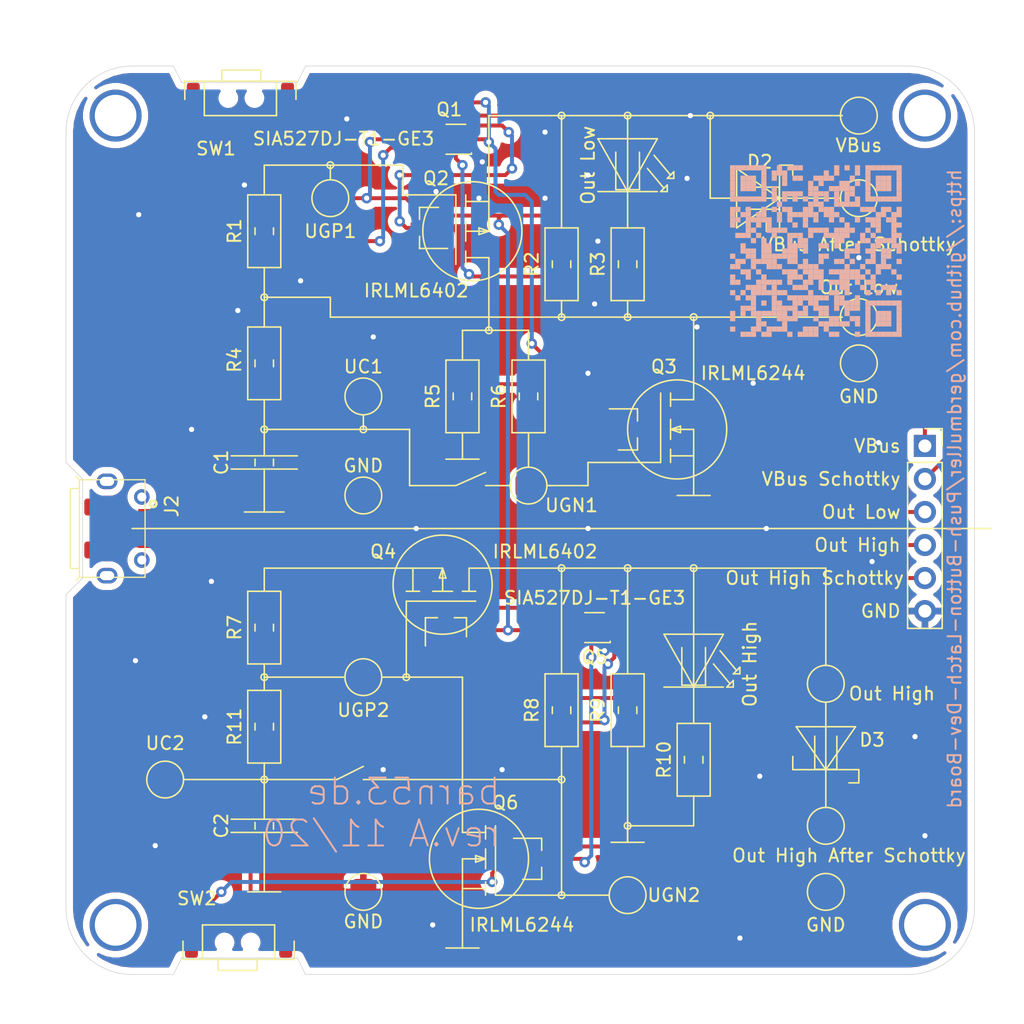
<source format=kicad_pcb>
(kicad_pcb (version 20171130) (host pcbnew "(5.1.6-0-10_14)")
  (layers (0 F.Cu signal) (31 B.Cu signal) (34 B.Paste user) (35 F.Paste user) (36 B.SilkS user) (37 F.SilkS user) (38 B.Mask user) (39 F.Mask user) (44 Edge.Cuts user))
  (net 0 "")
  (net 1 GND)
  (net 2 /UC1)
  (net 3 /UC2)
  (net 4 /VBus)
  (net 5 "Net-(D1-Pad1)")
  (net 6 /VBusS)
  (net 7 /Outhigh)
  (net 8 /OuthighS)
  (net 9 "Net-(D4-Pad1)")
  (net 10 /UGP1)
  (net 11 /UGN1)
  (net 12 /Outlow)
  (net 13 /UGP2)
  (net 14 /UGN2)
  (net 15 "Net-(Q1-Pad3)")
  (module https://github.com/gerdmuller/Push-Button-Latch-Dev-Board (layer B.Cu) (at 108.458 39.624 180)
    (fp_text reference QR***** hide)
    (fp_text value https://github.com/gerdmuller/Push-Button-Latch-Dev-Board (at -10.668 -18.288 270) (layer B.SilkS) (effects (justify mirror)))
  )
  (module Hole (layer F.Cu) (at 116.84 29.21)
    (fp_text reference REF** hide)
    (fp_text value Hole hide)
    (pad 1 thru_hole circle (at 0 0) (size 4 4) (drill 3.2) (layers *.Cu *.Mask))
  )
  (module Hole (layer F.Cu) (at 116.84 91.44)
    (fp_text reference REF** hide)
    (fp_text value Hole hide)
    (pad 1 thru_hole circle (at 0 0) (size 4 4) (drill 3.2) (layers *.Cu *.Mask))
  )
  (module Hole (layer F.Cu) (at 53.34 92.71)
    (fp_text reference REF** hide)
    (fp_text value Hole hide)
    (pad 1 thru_hole circle (at 1.27 -1.27) (size 4 4) (drill 3.2) (layers *.Cu *.Mask))
  )
  (module Hole (layer F.Cu) (at 53.34 27.94)
    (fp_text reference REF** hide)
    (fp_text value Hole hide)
    (pad 1 thru_hole circle (at 1.27 1.27) (size 4 4) (drill 3.2) (layers *.Cu *.Mask))
  )
  (module barn53-kicad:SMD_Push_Button_vertical (layer F.Cu) (at 62.23 29.21)
    (fp_text reference SW1 (at -1.524 2.54) (layer F.SilkS) (effects (justify left)))
    (fp_text value On/Off)
    (pad "" connect roundrect (at -1.65 -1.7) (size 1 1.7) (layers F.Cu F.Mask))
    (pad "" connect roundrect (at 5.6 -1.7) (size 1 1.7) (layers F.Cu F.Mask))
    (pad "" np_thru_hole circle (at 3.05 -1.35) (size 0.5 0.5) (drill 0.5) (layers *.Cu *.Mask))
    (pad "" np_thru_hole circle (at 1.05 -1.35) (size 0.5 0.5) (drill 0.5) (layers *.Cu *.Mask))
    (pad 2 smd roundrect (at 4.1 0) (size 1 1.7) (layers F.Cu F.Paste F.Mask) (net 11 /UGN1))
    (pad 1 smd roundrect (at 0 0) (size 1 1.7) (layers F.Cu F.Paste F.Mask) (net 2 /UC1))
  )
  (module barn53-kicad:SMD_Push_Button_vertical (layer F.Cu) (at 66.04 91.44 180)
    (fp_text reference SW2 (at 3.556 2.032) (layer F.SilkS) (effects (justify right)))
    (fp_text value On/Off)
    (pad "" connect roundrect (at -1.65 -1.7 180) (size 1 1.7) (layers F.Cu F.Mask))
    (pad "" connect roundrect (at 5.6 -1.7 180) (size 1 1.7) (layers F.Cu F.Mask))
    (pad "" np_thru_hole circle (at 3.05 -1.35 180) (size 0.5 0.5) (drill 0.5) (layers *.Cu *.Mask))
    (pad "" np_thru_hole circle (at 1.05 -1.35 180) (size 0.5 0.5) (drill 0.5) (layers *.Cu *.Mask))
    (pad 2 smd roundrect (at 4.1 0 180) (size 1 1.7) (layers F.Cu F.Paste F.Mask) (net 14 /UGN2))
    (pad 1 smd roundrect (at 0 0 180) (size 1 1.7) (layers F.Cu F.Paste F.Mask) (net 3 /UC2))
  )
  (module Connector_PinSocket_2.54mm:PinSocket_1x06_P2.54mm_Vertical (layer F.Cu) (at 116.84 54.61)
    (fp_text reference J1 hide)
    (fp_text value Conn_01x06_Female)
    (pad 6 thru_hole oval (at 0 12.7) (size 1.7 1.7) (drill 1) (layers *.Cu *.Mask) (net 1 GND))
    (pad 5 thru_hole oval (at 0 10.16) (size 1.7 1.7) (drill 1) (layers *.Cu *.Mask) (net 8 /OuthighS))
    (pad 4 thru_hole oval (at 0 7.62) (size 1.7 1.7) (drill 1) (layers *.Cu *.Mask) (net 7 /Outhigh))
    (pad 3 thru_hole oval (at 0 5.08) (size 1.7 1.7) (drill 1) (layers *.Cu *.Mask) (net 12 /Outlow))
    (pad 2 thru_hole oval (at 0 2.54) (size 1.7 1.7) (drill 1) (layers *.Cu *.Mask) (net 6 /VBusS))
    (pad 1 thru_hole rect (at 0 0) (size 1.7 1.7) (drill 1) (layers *.Cu *.Mask) (net 4 /VBus))
  )
  (module Resistor_SMD:R_0805_2012Metric (layer F.Cu) (at 66.04 76.2 270)
    (fp_text reference R11 (at 0 2.286 90) (layer F.SilkS))
    (fp_text value 100k)
    (pad 2 smd roundrect (at 0.9375 0 270) (size 0.975 1.4) (layers F.Cu F.Paste F.Mask) (net 3 /UC2))
    (pad 1 smd roundrect (at -0.9375 0 270) (size 0.975 1.4) (layers F.Cu F.Paste F.Mask) (net 13 /UGP2))
  )
  (module Resistor_SMD:R_0805_2012Metric (layer F.Cu) (at 99.06 78.74 270)
    (fp_text reference R10 (at 0 2.286 90) (layer F.SilkS))
    (fp_text value 470)
    (pad 2 smd roundrect (at 0.9375 0 270) (size 0.975 1.4) (layers F.Cu F.Paste F.Mask) (net 1 GND))
    (pad 1 smd roundrect (at -0.9375 0 270) (size 0.975 1.4) (layers F.Cu F.Paste F.Mask) (net 9 "Net-(D4-Pad1)"))
  )
  (module Resistor_SMD:R_0805_2012Metric (layer F.Cu) (at 93.98 74.93 270)
    (fp_text reference R9 (at 0 2.286 90) (layer F.SilkS))
    (fp_text value 10k)
    (pad 2 smd roundrect (at 0.9375 0 270) (size 0.975 1.4) (layers F.Cu F.Paste F.Mask) (net 1 GND))
    (pad 1 smd roundrect (at -0.9375 0 270) (size 0.975 1.4) (layers F.Cu F.Paste F.Mask) (net 7 /Outhigh))
  )
  (module Resistor_SMD:R_0805_2012Metric (layer F.Cu) (at 88.9 74.93 270)
    (fp_text reference R8 (at 0 2.286 90) (layer F.SilkS))
    (fp_text value 10k)
    (pad 2 smd roundrect (at 0.9375 0 270) (size 0.975 1.4) (layers F.Cu F.Paste F.Mask) (net 14 /UGN2))
    (pad 1 smd roundrect (at -0.9375 0 270) (size 0.975 1.4) (layers F.Cu F.Paste F.Mask) (net 7 /Outhigh))
  )
  (module Resistor_SMD:R_0805_2012Metric (layer F.Cu) (at 66.04 68.58 270)
    (fp_text reference R7 (at 0 2.286 90) (layer F.SilkS))
    (fp_text value 10k)
    (pad 2 smd roundrect (at 0.9375 0 270) (size 0.975 1.4) (layers F.Cu F.Paste F.Mask) (net 13 /UGP2))
    (pad 1 smd roundrect (at -0.9375 0 270) (size 0.975 1.4) (layers F.Cu F.Paste F.Mask) (net 4 /VBus))
  )
  (module Resistor_SMD:R_0805_2012Metric (layer F.Cu) (at 86.36 50.8 270)
    (fp_text reference R6 (at 0 2.286 90) (layer F.SilkS))
    (fp_text value 10k)
    (pad 2 smd roundrect (at 0.9375 0 270) (size 0.975 1.4) (layers F.Cu F.Paste F.Mask) (net 11 /UGN1))
    (pad 1 smd roundrect (at -0.9375 0 270) (size 0.975 1.4) (layers F.Cu F.Paste F.Mask) (net 15 "Net-(Q1-Pad3)"))
  )
  (module Resistor_SMD:R_0805_2012Metric (layer F.Cu) (at 81.28 50.8 270)
    (fp_text reference R5 (at 0 2.286 90) (layer F.SilkS))
    (fp_text value 10k)
    (pad 2 smd roundrect (at 0.9375 0 270) (size 0.975 1.4) (layers F.Cu F.Paste F.Mask) (net 1 GND))
    (pad 1 smd roundrect (at -0.9375 0 270) (size 0.975 1.4) (layers F.Cu F.Paste F.Mask) (net 15 "Net-(Q1-Pad3)"))
  )
  (module Resistor_SMD:R_0805_2012Metric (layer F.Cu) (at 66.04 48.26 270)
    (fp_text reference R4 (at -0.254 2.286 270) (layer F.SilkS))
    (fp_text value 1M)
    (pad 2 smd roundrect (at 0.9375 0 270) (size 0.975 1.4) (layers F.Cu F.Paste F.Mask) (net 2 /UC1))
    (pad 1 smd roundrect (at -0.9375 0 270) (size 0.975 1.4) (layers F.Cu F.Paste F.Mask) (net 12 /Outlow))
  )
  (module Resistor_SMD:R_0805_2012Metric (layer F.Cu) (at 93.98 40.64 270)
    (fp_text reference R3 (at 0 2.286 90) (layer F.SilkS))
    (fp_text value 470)
    (pad 2 smd roundrect (at 0.9375 0 270) (size 0.975 1.4) (layers F.Cu F.Paste F.Mask) (net 12 /Outlow))
    (pad 1 smd roundrect (at -0.9375 0 270) (size 0.975 1.4) (layers F.Cu F.Paste F.Mask) (net 5 "Net-(D1-Pad1)"))
  )
  (module Resistor_SMD:R_0805_2012Metric (layer F.Cu) (at 88.9 40.64 270)
    (fp_text reference R2 (at 0 2.286 90) (layer F.SilkS))
    (fp_text value 10k)
    (pad 2 smd roundrect (at 0.9375 0 270) (size 0.975 1.4) (layers F.Cu F.Paste F.Mask) (net 12 /Outlow))
    (pad 1 smd roundrect (at -0.9375 0 270) (size 0.975 1.4) (layers F.Cu F.Paste F.Mask) (net 4 /VBus))
  )
  (module Resistor_SMD:R_0805_2012Metric (layer F.Cu) (at 66.04 38.1 270)
    (fp_text reference R1 (at 0 2.286 90) (layer F.SilkS))
    (fp_text value 100k)
    (pad 2 smd roundrect (at 0.9375 0 270) (size 0.975 1.4) (layers F.Cu F.Paste F.Mask) (net 12 /Outlow))
    (pad 1 smd roundrect (at -0.9375 0 270) (size 0.975 1.4) (layers F.Cu F.Paste F.Mask) (net 10 /UGP1))
  )
  (module Package_TO_SOT_SMD:SOT-23 (layer F.Cu) (at 86.614 86.36)
    (fp_text reference Q6 (at -2.032 -4.318) (layer F.SilkS))
    (fp_text value IRLML6244 (at -0.762 5.08) (layer F.SilkS))
    (pad 3 smd rect (at 1 0) (size 0.9 0.8) (layers F.Cu F.Paste F.Mask) (net 13 /UGP2))
    (pad 2 smd rect (at -1 0.95) (size 0.9 0.8) (layers F.Cu F.Paste F.Mask) (net 1 GND))
    (pad 1 smd rect (at -1 -0.95) (size 0.9 0.8) (layers F.Cu F.Paste F.Mask) (net 14 /UGN2))
  )
  (module barn53-kicad:PowerPAK_SC70-6L_Dual (layer F.Cu) (at 91.44 68.58 180)
    (fp_text reference Q5 (at 0 -2.286) (layer F.SilkS))
    (fp_text value SIA527DJ-T1-GE3 (at 0 2.286) (layer F.SilkS))
    (pad 6 smd rect (at 0 -0.4665 180) (size 0.95 0.613) (layers F.Cu F.Paste F.Mask) (net 13 /UGP2))
    (pad 3 smd rect (at 0 0.4665 180) (size 0.95 0.613) (layers F.Cu F.Paste F.Mask) (net 7 /Outhigh))
    (pad 6 smd rect (at 0.925 -0.65 180) (size 0.325 0.3) (layers F.Cu F.Paste F.Mask) (net 13 /UGP2))
    (pad 4 smd rect (at 0.925 0.65 180) (size 0.325 0.3) (layers F.Cu F.Paste F.Mask) (net 4 /VBus))
    (pad 5 smd rect (at 0.925 0 180) (size 0.325 0.3) (layers F.Cu F.Paste F.Mask) (net 13 /UGP2))
    (pad 3 smd rect (at -0.925 0.65 180) (size 0.325 0.3) (layers F.Cu F.Paste F.Mask) (net 7 /Outhigh))
    (pad 2 smd rect (at -0.925 0 180) (size 0.325 0.3) (layers F.Cu F.Paste F.Mask) (net 14 /UGN2))
    (pad 1 smd rect (at -0.925 -0.65 180) (size 0.325 0.3) (layers F.Cu F.Paste F.Mask) (net 1 GND))
  )
  (module Package_TO_SOT_SMD:SOT-23 (layer F.Cu) (at 80.01 68.58 90)
    (fp_text reference Q4 (at 5.842 -4.826 180) (layer F.SilkS))
    (fp_text value IRLML6402 (at 5.842 7.62 180) (layer F.SilkS))
    (pad 3 smd rect (at 1 0 90) (size 0.9 0.8) (layers F.Cu F.Paste F.Mask) (net 7 /Outhigh))
    (pad 2 smd rect (at -1 0.95 90) (size 0.9 0.8) (layers F.Cu F.Paste F.Mask) (net 4 /VBus))
    (pad 1 smd rect (at -1 -0.95 90) (size 0.9 0.8) (layers F.Cu F.Paste F.Mask) (net 13 /UGP2))
  )
  (module Package_TO_SOT_SMD:SOT-23 (layer F.Cu) (at 93.98 53.34)
    (fp_text reference Q3 (at 2.794 -4.826) (layer F.SilkS))
    (fp_text value IRLML6244 (at 9.652 -4.318) (layer F.SilkS))
    (pad 3 smd rect (at 1 0) (size 0.9 0.8) (layers F.Cu F.Paste F.Mask) (net 12 /Outlow))
    (pad 2 smd rect (at -1 0.95) (size 0.9 0.8) (layers F.Cu F.Paste F.Mask) (net 1 GND))
    (pad 1 smd rect (at -1 -0.95) (size 0.9 0.8) (layers F.Cu F.Paste F.Mask) (net 11 /UGN1))
  )
  (module Package_TO_SOT_SMD:SOT-23 (layer F.Cu) (at 78.74 37.846 180)
    (fp_text reference Q2 (at -0.508 3.81) (layer F.SilkS))
    (fp_text value IRLML6402 (at 1.016 -4.826) (layer F.SilkS))
    (pad 3 smd rect (at 1 0 180) (size 0.9 0.8) (layers F.Cu F.Paste F.Mask) (net 15 "Net-(Q1-Pad3)"))
    (pad 2 smd rect (at -1 0.95 180) (size 0.9 0.8) (layers F.Cu F.Paste F.Mask) (net 4 /VBus))
    (pad 1 smd rect (at -1 -0.95 180) (size 0.9 0.8) (layers F.Cu F.Paste F.Mask) (net 10 /UGP1))
  )
  (module barn53-kicad:PowerPAK_SC70-6L_Dual (layer F.Cu) (at 80.772 31.0295 180)
    (fp_text reference Q1 (at 0.508 2.286) (layer F.SilkS))
    (fp_text value SIA527DJ-T1-GE3 (at 8.636 0.0415) (layer F.SilkS))
    (pad 6 smd rect (at 0 -0.4665 180) (size 0.95 0.613) (layers F.Cu F.Paste F.Mask) (net 12 /Outlow))
    (pad 3 smd rect (at 0 0.4665 180) (size 0.95 0.613) (layers F.Cu F.Paste F.Mask) (net 15 "Net-(Q1-Pad3)"))
    (pad 6 smd rect (at 0.925 -0.65 180) (size 0.325 0.3) (layers F.Cu F.Paste F.Mask) (net 12 /Outlow))
    (pad 4 smd rect (at 0.925 0.65 180) (size 0.325 0.3) (layers F.Cu F.Paste F.Mask) (net 4 /VBus))
    (pad 5 smd rect (at 0.925 0 180) (size 0.325 0.3) (layers F.Cu F.Paste F.Mask) (net 10 /UGP1))
    (pad 3 smd rect (at -0.925 0.65 180) (size 0.325 0.3) (layers F.Cu F.Paste F.Mask) (net 15 "Net-(Q1-Pad3)"))
    (pad 2 smd rect (at -0.925 0 180) (size 0.325 0.3) (layers F.Cu F.Paste F.Mask) (net 11 /UGN1))
    (pad 1 smd rect (at -0.925 -0.65 180) (size 0.325 0.3) (layers F.Cu F.Paste F.Mask) (net 1 GND))
  )
  (module barn53-kicad:Measure_Point (layer F.Cu) (at 93.98 89.154)
    (fp_text reference M15 hide)
    (fp_text value UGN2 (at 3.556 0) (layer F.SilkS))
    (pad 1 connect roundrect (at 0 0) (size 2 2) (layers F.Cu F.Mask) (net 14 /UGN2))
  )
  (module barn53-kicad:Measure_Point (layer F.Cu) (at 58.42 80.264)
    (fp_text reference M14 hide)
    (fp_text value UC2 (at 0 -2.794) (layer F.SilkS))
    (pad 1 connect roundrect (at 0 0) (size 2 2) (layers F.Cu F.Mask) (net 3 /UC2))
  )
  (module barn53-kicad:Measure_Point (layer F.Cu) (at 73.66 72.39)
    (fp_text reference M13 hide)
    (fp_text value UGP2 (at 0 2.54) (layer F.SilkS))
    (pad 1 connect roundrect (at 0 0) (size 2 2) (layers F.Cu F.Mask) (net 13 /UGP2))
  )
  (module barn53-kicad:Measure_Point (layer F.Cu) (at 109.22 83.82)
    (fp_text reference M12 hide)
    (fp_text value "Out High After Schottky" (at 1.778 2.286) (layer F.SilkS))
    (pad 1 connect roundrect (at 0 0) (size 2 2) (layers F.Cu F.Mask) (net 8 /OuthighS))
  )
  (module barn53-kicad:Measure_Point (layer F.Cu) (at 109.22 72.898)
    (fp_text reference M11 hide)
    (fp_text value "Out High" (at 5.08 0.762) (layer F.SilkS))
    (pad 1 connect roundrect (at 0 0) (size 2 2) (layers F.Cu F.Mask) (net 7 /Outhigh))
  )
  (module barn53-kicad:Measure_Point (layer F.Cu) (at 111.76 44.704)
    (fp_text reference M10 hide)
    (fp_text value "Out Low" (at 0 -2.286) (layer F.SilkS))
    (pad 1 connect roundrect (at 0 0) (size 2 2) (layers F.Cu F.Mask) (net 12 /Outlow))
  )
  (module barn53-kicad:Measure_Point (layer F.Cu) (at 86.36 57.658)
    (fp_text reference M9 hide)
    (fp_text value UGN1 (at 3.302 1.524) (layer F.SilkS))
    (pad 1 connect roundrect (at 0 0) (size 2 2) (layers F.Cu F.Mask) (net 11 /UGN1))
  )
  (module barn53-kicad:Measure_Point (layer F.Cu) (at 73.66 50.8)
    (fp_text reference M8 hide)
    (fp_text value UC1 (at 0 -2.286) (layer F.SilkS))
    (pad 1 connect roundrect (at 0 0) (size 2 2) (layers F.Cu F.Mask) (net 2 /UC1))
  )
  (module barn53-kicad:Measure_Point (layer F.Cu) (at 111.76 48.26)
    (fp_text reference M7 hide)
    (fp_text value GND (at 0 2.54) (layer F.SilkS))
    (pad 1 connect roundrect (at 0 0) (size 2 2) (layers F.Cu F.Mask) (net 1 GND))
  )
  (module barn53-kicad:Measure_Point (layer F.Cu) (at 73.66 58.42)
    (fp_text reference M6 hide)
    (fp_text value GND (at 0 -2.286) (layer F.SilkS))
    (pad 1 connect roundrect (at 0 0) (size 2 2) (layers F.Cu F.Mask) (net 1 GND))
  )
  (module barn53-kicad:Measure_Point (layer F.Cu) (at 73.66 88.9)
    (fp_text reference M5 hide)
    (fp_text value GND (at 0 2.286) (layer F.SilkS))
    (pad 1 connect roundrect (at 0 0) (size 2 2) (layers F.Cu F.Mask) (net 1 GND))
  )
  (module barn53-kicad:Measure_Point (layer F.Cu) (at 109.22 88.9)
    (fp_text reference M4 hide)
    (fp_text value GND (at 0 2.54) (layer F.SilkS))
    (pad 1 connect roundrect (at 0 0) (size 2 2) (layers F.Cu F.Mask) (net 1 GND))
  )
  (module barn53-kicad:Measure_Point (layer F.Cu) (at 111.76 35.56)
    (fp_text reference M3 hide)
    (fp_text value "VBus After Schottky" (at 0 3.556) (layer F.SilkS))
    (pad 1 connect roundrect (at 0 0) (size 2 2) (layers F.Cu F.Mask) (net 6 /VBusS))
  )
  (module barn53-kicad:Measure_Point (layer F.Cu) (at 111.76 29.21)
    (fp_text reference M2 hide)
    (fp_text value VBus (at 0 2.286) (layer F.SilkS))
    (pad 1 connect roundrect (at 0 0) (size 2 2) (layers F.Cu F.Mask) (net 4 /VBus))
  )
  (module barn53-kicad:Measure_Point (layer F.Cu) (at 71.12 35.56)
    (fp_text reference M1 hide)
    (fp_text value UGP1 (at 0 2.54) (layer F.SilkS))
    (pad 1 connect roundrect (at 0 0) (size 2 2) (layers F.Cu F.Mask) (net 10 /UGP1))
  )
  (module barn53-kicad:MicroUSB_through_hole_fixing (layer F.Cu) (at 57.15 60.96 270)
    (fp_text reference J2 (at -1.725 -1.775 270) (layer F.SilkS))
    (fp_text value USB_B_Micro)
    (pad 6 smd roundrect (at 1.65 4.5 270) (size 1.3 0.9) (layers F.Cu F.Paste F.Mask) (net 1 GND))
    (pad 6 smd roundrect (at -1.65 4.5 270) (size 1.3 0.9) (layers F.Cu F.Paste F.Mask) (net 1 GND))
    (pad 1 smd rect (at -1.3 0 270) (size 0.4 1.6) (layers F.Cu F.Paste F.Mask) (net 4 /VBus))
    (pad 2 smd rect (at -0.65 0 270) (size 0.4 1.6) (layers F.Cu F.Paste F.Mask))
    (pad 3 smd rect (at 0 0 270) (size 0.4 1.6) (layers F.Cu F.Paste F.Mask))
    (pad 4 smd rect (at 0.65 0 270) (size 0.4 1.6) (layers F.Cu F.Paste F.Mask))
    (pad 5 smd rect (at 1.3 0 270) (size 0.4 1.6) (layers F.Cu F.Paste F.Mask) (net 1 GND))
    (pad "" thru_hole circle (at -2.425 0.525 90) (size 1.2 1.2) (drill 0.7) (layers *.Cu *.Mask))
    (pad "" thru_hole circle (at 2.425 0.525 90) (size 1.2 1.2) (drill 0.7) (layers *.Cu *.Mask))
    (pad "" thru_hole oval (at -3.625 3.2 90) (size 1.2 1.6) (drill oval 0.7 1.1) (layers *.Cu *.Mask))
    (pad "" thru_hole oval (at 3.625 3.2 90) (size 1.2 1.6) (drill oval 0.7 1.1) (layers *.Cu *.Mask))
  )
  (module LED_SMD:LED_0805_2012Metric_Castellated (layer F.Cu) (at 99.06 71.12 90)
    (fp_text reference D4 hide)
    (fp_text value "Out High" (at -0.254 4.318 90) (layer F.SilkS))
    (pad 2 smd roundrect (at 0.9625 0 90) (size 1.325 1.3) (layers F.Cu F.Paste F.Mask) (roundrect_rratio 0.192308) (net 7 /Outhigh))
    (pad 1 smd roundrect (at -0.9625 0 90) (size 1.325 1.3) (layers F.Cu F.Paste F.Mask) (roundrect_rratio 0.192308) (net 9 "Net-(D4-Pad1)"))
  )
  (module Diode_SMD:D_SOD-323F (layer F.Cu) (at 109.22 77.978 90)
    (fp_text reference D3 (at 0.762 3.556 180) (layer F.SilkS))
    (fp_text value BAT60A)
    (pad 2 smd rect (at 1.1 0 90) (size 0.5 0.5) (layers F.Cu F.Paste F.Mask) (net 7 /Outhigh))
    (pad 1 smd rect (at -1.1 0 90) (size 0.5 0.5) (layers F.Cu F.Paste F.Mask) (net 8 /OuthighS))
  )
  (module Diode_SMD:D_SOD-323F (layer F.Cu) (at 104.14 35.56 180)
    (fp_text reference D2 (at 0 2.794) (layer F.SilkS))
    (fp_text value BAT60A)
    (pad 2 smd rect (at 1.1 0 180) (size 0.5 0.5) (layers F.Cu F.Paste F.Mask) (net 4 /VBus))
    (pad 1 smd rect (at -1.1 0 180) (size 0.5 0.5) (layers F.Cu F.Paste F.Mask) (net 6 /VBusS))
  )
  (module LED_SMD:LED_0805_2012Metric_Castellated (layer F.Cu) (at 93.98 33.02 90)
    (fp_text reference D1 hide)
    (fp_text value "Out Low" (at 0 -3.048 90) (layer F.SilkS))
    (pad 2 smd roundrect (at 0.9625 0 90) (size 1.325 1.3) (layers F.Cu F.Paste F.Mask) (roundrect_rratio 0.192308) (net 4 /VBus))
    (pad 1 smd roundrect (at -0.9625 0 90) (size 1.325 1.3) (layers F.Cu F.Paste F.Mask) (roundrect_rratio 0.192308) (net 5 "Net-(D1-Pad1)"))
  )
  (module Capacitor_SMD:C_0805_2012Metric (layer F.Cu) (at 66.04 83.82 270)
    (fp_text reference C2 (at 0 3.302 90) (layer F.SilkS))
    (fp_text value 1u)
    (pad 2 smd roundrect (at 0.9375 0 270) (size 0.975 1.4) (layers F.Cu F.Paste F.Mask) (net 1 GND))
    (pad 1 smd roundrect (at -0.9375 0 270) (size 0.975 1.4) (layers F.Cu F.Paste F.Mask) (net 3 /UC2))
  )
  (module Capacitor_SMD:C_0805_2012Metric (layer F.Cu) (at 66.04 55.88 270)
    (fp_text reference C1 (at 0 3.302 90) (layer F.SilkS))
    (fp_text value 330n)
    (pad 2 smd roundrect (at 0.9375 0 270) (size 0.975 1.4) (layers F.Cu F.Paste F.Mask) (net 1 GND))
    (pad 1 smd roundrect (at -0.9375 0 270) (size 0.975 1.4) (layers F.Cu F.Paste F.Mask) (net 2 /UC1))
  )
  (gr_text "barn53.de\nrev.A 11/20" (at 84.328 82.804) (layer B.SilkS) (effects (font (size 2 2)) (justify left mirror)))
  (gr_text GND (at 115.062 67.31) (layer F.SilkS) (effects (font (size 1 1)) (justify right)))
  (gr_text "Out High Schottky" (at 115.316 64.77) (layer F.SilkS) (effects (font (size 1 1)) (justify right)))
  (gr_text "Out High" (at 115.062 62.23) (layer F.SilkS) (effects (font (size 1 1)) (justify right)))
  (gr_text "Out Low" (at 115.062 59.69) (layer F.SilkS) (effects (font (size 1 1)) (justify right)))
  (gr_text "VBus Schottky" (at 115.062 57.15) (layer F.SilkS) (effects (font (size 1 1)) (justify right)))
  (gr_text VBus (at 115.062 54.61) (layer F.SilkS) (effects (font (size 1 1)) (justify right)))
  (gr_line (start 109.22 64.008) (end 109.22 71.483787) (layer F.SilkS) (width 0.12))
  (gr_line (start 71.628 80.264) (end 66.04 80.264) (layer F.SilkS) (width 0.12))
  (gr_line (start 73.66 79.248) (end 71.628 80.264) (layer F.SilkS) (width 0.12))
  (gr_circle (center 88.9 80.264) (end 89.154 80.264) (layer F.SilkS) (width 0.12))
  (gr_line (start 73.66 80.264) (end 88.9 80.264) (layer F.SilkS) (width 0.12))
  (gr_circle (center 93.98 83.82) (end 94.234 83.82) (layer F.SilkS) (width 0.12))
  (gr_line (start 99.06 83.82) (end 99.06 81.534) (layer F.SilkS) (width 0.12))
  (gr_line (start 93.98 83.82) (end 99.06 83.82) (layer F.SilkS) (width 0.12))
  (gr_line (start 93.98 85.09) (end 93.98 83.82) (layer F.SilkS) (width 0.12))
  (gr_line (start 93.98 77.724) (end 93.98 85.09) (layer F.SilkS) (width 0.12))
  (gr_line (start 95.25 85.09) (end 92.71 85.09) (layer F.SilkS) (width 0.12))
  (gr_circle (center 88.9 89.154) (end 89.154 89.154) (layer F.SilkS) (width 0.12))
  (gr_line (start 88.9 77.724) (end 88.9 89.154) (layer F.SilkS) (width 0.12))
  (gr_circle (center 76.962 72.39) (end 77.216 72.39) (layer F.SilkS) (width 0.12))
  (gr_circle (center 66.04 72.39) (end 66.294 72.39) (layer F.SilkS) (width 0.12))
  (gr_line (start 72.245787 72.39) (end 66.04 72.39) (layer F.SilkS) (width 0.12))
  (gr_circle (center 66.04 80.264) (end 66.294 80.264) (layer F.SilkS) (width 0.12))
  (gr_line (start 59.834213 80.264) (end 66.04 80.264) (layer F.SilkS) (width 0.12))
  (gr_line (start 81.28 72.39) (end 81.28 81.28) (layer F.SilkS) (width 0.12))
  (gr_line (start 75.074213 72.39) (end 81.28 72.39) (layer F.SilkS) (width 0.12))
  (gr_line (start 76.962 70.612) (end 76.962 72.39) (layer F.SilkS) (width 0.12))
  (gr_line (start 82.55 93.218) (end 80.01 93.218) (layer F.SilkS) (width 0.12))
  (gr_line (start 67.31 88.9) (end 64.77 88.9) (layer F.SilkS) (width 0.12))
  (gr_line (start 66.04 84.328) (end 66.04 88.9) (layer F.SilkS) (width 0.12))
  (gr_line (start 66.04 78.994) (end 66.04 83.312) (layer F.SilkS) (width 0.12))
  (gr_line (start 66.04 71.374) (end 66.04 73.406) (layer F.SilkS) (width 0.12))
  (gr_line (start 66.04 64.008) (end 66.04 65.786) (layer F.SilkS) (width 0.12))
  (gr_circle (center 93.98 64.008) (end 94.234 64.008) (layer F.SilkS) (width 0.12))
  (gr_circle (center 88.9 64.008) (end 89.154 64.008) (layer F.SilkS) (width 0.12))
  (gr_line (start 88.9 72.136) (end 88.9 64.008) (layer F.SilkS) (width 0.12))
  (gr_line (start 93.98 72.136) (end 93.98 64.008) (layer F.SilkS) (width 0.12))
  (gr_circle (center 99.06 64.008) (end 98.806 64.008) (layer F.SilkS) (width 0.12))
  (gr_line (start 99.06 68.58) (end 99.06 64.008) (layer F.SilkS) (width 0.12))
  (gr_line (start 106.68 79.502) (end 106.68 78.486) (layer F.SilkS) (width 0.12))
  (gr_line (start 111.76 80.518) (end 110.998 80.518) (layer F.SilkS) (width 0.12))
  (gr_line (start 99.06 64.008) (end 109.22 64.008) (layer F.SilkS) (width 0.12))
  (gr_line (start 111.506 76.2) (end 109.22 79.502) (layer F.SilkS) (width 0.12))
  (gr_line (start 109.22 79.502) (end 106.68 79.502) (layer F.SilkS) (width 0.12))
  (gr_line (start 111.76 79.502) (end 111.76 80.518) (layer F.SilkS) (width 0.12))
  (gr_line (start 109.22 74.312213) (end 109.22 82.405787) (layer F.SilkS) (width 0.12))
  (gr_line (start 111.506 76.2) (end 106.934 76.2) (layer F.SilkS) (width 0.12))
  (gr_line (start 109.22 79.502) (end 106.934 76.2) (layer F.SilkS) (width 0.12))
  (gr_line (start 109.22 79.502) (end 111.76 79.502) (layer F.SilkS) (width 0.12))
  (gr_line (start 76.962 66.548) (end 82.296 66.548) (layer F.SilkS) (width 0.12))
  (gr_line (start 81.788 64.008) (end 81.788 65.786) (layer F.SilkS) (width 0.12))
  (gr_line (start 80.01 64.77) (end 79.756 64.008) (layer F.SilkS) (width 0.12))
  (gr_line (start 77.47 64.008) (end 66.04 64.008) (layer F.SilkS) (width 0.12))
  (gr_line (start 77.47 65.786) (end 77.47 64.008) (layer F.SilkS) (width 0.12))
  (gr_line (start 76.962 65.786) (end 77.978 65.786) (layer F.SilkS) (width 0.12))
  (gr_line (start 81.788 64.008) (end 99.06 64.008) (layer F.SilkS) (width 0.12))
  (gr_line (start 77.47 64.008) (end 79.756 64.008) (layer F.SilkS) (width 0.12))
  (gr_line (start 79.756 65.786) (end 79.756 65.024) (layer F.SilkS) (width 0.12))
  (gr_line (start 76.962 66.548) (end 76.962 70.612) (layer F.SilkS) (width 0.12))
  (gr_line (start 79.756 65.024) (end 79.756 64.008) (layer F.SilkS) (width 0.12))
  (gr_circle (center 79.756 65.278) (end 79.756 61.468) (layer F.SilkS) (width 0.12))
  (gr_line (start 78.994 65.786) (end 80.518 65.786) (layer F.SilkS) (width 0.12))
  (gr_line (start 79.502 64.77) (end 80.01 64.77) (layer F.SilkS) (width 0.12))
  (gr_line (start 81.28 65.786) (end 82.296 65.786) (layer F.SilkS) (width 0.12))
  (gr_line (start 79.502 64.77) (end 79.756 64.008) (layer F.SilkS) (width 0.12))
  (gr_line (start 71.12 33.02) (end 71.12 34.145787) (layer F.SilkS) (width 0.12))
  (gr_circle (center 73.66 53.34) (end 73.914 53.34) (layer F.SilkS) (width 0.12))
  (gr_line (start 77.216 53.34) (end 73.66 53.34) (layer F.SilkS) (width 0.12))
  (gr_line (start 77.216 57.658) (end 77.216 53.34) (layer F.SilkS) (width 0.12))
  (gr_line (start 80.772 57.658) (end 77.216 57.658) (layer F.SilkS) (width 0.12))
  (gr_line (start 83.058 56.642) (end 80.772 57.658) (layer F.SilkS) (width 0.12))
  (gr_line (start 84.945787 57.658) (end 83.058 57.658) (layer F.SilkS) (width 0.12))
  (gr_line (start 90.932 57.658) (end 87.774213 57.658) (layer F.SilkS) (width 0.12))
  (gr_circle (center 71.12 33.02) (end 71.374 33.02) (layer F.SilkS) (width 0.12))
  (gr_line (start 66.04 33.02) (end 66.04 35.306) (layer F.SilkS) (width 0.12))
  (gr_line (start 76.708 33.02) (end 66.04 33.02) (layer F.SilkS) (width 0.12))
  (gr_line (start 76.708 35.306) (end 76.708 33.02) (layer F.SilkS) (width 0.12))
  (gr_circle (center 83.312 45.72) (end 83.566 45.72) (layer F.SilkS) (width 0.12))
  (gr_line (start 83.312 43.18) (end 83.312 45.72) (layer F.SilkS) (width 0.12))
  (gr_circle (center 88.9 29.21) (end 89.154 29.21) (layer F.SilkS) (width 0.12))
  (gr_line (start 83.312 29.21) (end 88.9 29.21) (layer F.SilkS) (width 0.12))
  (gr_line (start 82.55 38.354) (end 83.312 38.1) (layer F.SilkS) (width 0.12))
  (gr_line (start 82.55 37.846) (end 83.312 38.1) (layer F.SilkS) (width 0.12))
  (gr_line (start 81.534 35.306) (end 81.534 36.322) (layer F.SilkS) (width 0.12))
  (gr_line (start 83.312 40.132) (end 83.312 43.18) (layer F.SilkS) (width 0.12))
  (gr_line (start 83.312 35.814) (end 83.312 38.1) (layer F.SilkS) (width 0.12))
  (gr_line (start 81.534 38.1) (end 82.296 38.1) (layer F.SilkS) (width 0.12))
  (gr_line (start 80.772 35.306) (end 76.708 35.306) (layer F.SilkS) (width 0.12))
  (gr_line (start 82.296 38.1) (end 83.312 38.1) (layer F.SilkS) (width 0.12))
  (gr_circle (center 82.042 38.1) (end 85.852 38.1) (layer F.SilkS) (width 0.12))
  (gr_line (start 81.534 37.338) (end 81.534 38.862) (layer F.SilkS) (width 0.12))
  (gr_line (start 83.312 35.814) (end 83.312 29.21) (layer F.SilkS) (width 0.12))
  (gr_line (start 81.534 35.814) (end 83.312 35.814) (layer F.SilkS) (width 0.12))
  (gr_line (start 81.534 39.624) (end 81.534 40.64) (layer F.SilkS) (width 0.12))
  (gr_line (start 80.772 35.306) (end 80.772 40.64) (layer F.SilkS) (width 0.12))
  (gr_line (start 82.55 37.846) (end 82.55 38.354) (layer F.SilkS) (width 0.12))
  (gr_line (start 83.312 40.132) (end 81.534 40.132) (layer F.SilkS) (width 0.12))
  (gr_line (start 83.058 88.646) (end 81.28 88.646) (layer F.SilkS) (width 0.12))
  (gr_line (start 83.058 84.836) (end 83.058 83.82) (layer F.SilkS) (width 0.12))
  (gr_line (start 83.82 89.154) (end 83.82 83.82) (layer F.SilkS) (width 0.12))
  (gr_line (start 83.058 89.154) (end 83.058 88.138) (layer F.SilkS) (width 0.12))
  (gr_line (start 82.296 86.36) (end 82.804 86.36) (layer F.SilkS) (width 0.12))
  (gr_line (start 83.058 86.36) (end 82.296 86.614) (layer F.SilkS) (width 0.12))
  (gr_line (start 81.28 84.328) (end 81.28 81.28) (layer F.SilkS) (width 0.12))
  (gr_line (start 81.28 88.646) (end 81.28 86.36) (layer F.SilkS) (width 0.12))
  (gr_line (start 82.804 86.36) (end 82.296 86.36) (layer F.SilkS) (width 0.12))
  (gr_line (start 82.296 86.106) (end 83.058 86.36) (layer F.SilkS) (width 0.12))
  (gr_line (start 83.82 89.154) (end 92.565787 89.154) (layer F.SilkS) (width 0.12))
  (gr_line (start 82.296 86.36) (end 81.28 86.36) (layer F.SilkS) (width 0.12))
  (gr_circle (center 82.55 86.36) (end 78.74 86.36) (layer F.SilkS) (width 0.12))
  (gr_line (start 83.058 87.122) (end 83.058 85.598) (layer F.SilkS) (width 0.12))
  (gr_line (start 81.28 84.328) (end 83.058 84.328) (layer F.SilkS) (width 0.12))
  (gr_line (start 82.296 86.614) (end 82.296 86.106) (layer F.SilkS) (width 0.12))
  (gr_line (start 81.28 88.646) (end 81.28 93.218) (layer F.SilkS) (width 0.12))
  (gr_circle (center 100.33 29.21) (end 100.584 29.21) (layer F.SilkS) (width 0.12))
  (gr_line (start 100.33 29.21) (end 110.49 29.21) (layer F.SilkS) (width 0.12))
  (gr_line (start 102.362 35.56) (end 105.664 35.56) (layer F.SilkS) (width 0.12))
  (gr_circle (center 93.98 29.21) (end 94.234 29.21) (layer F.SilkS) (width 0.12))
  (gr_line (start 100.33 35.56) (end 102.362 35.56) (layer F.SilkS) (width 0.12))
  (gr_line (start 100.33 29.21) (end 100.33 35.56) (layer F.SilkS) (width 0.12))
  (gr_line (start 93.98 29.21) (end 100.33 29.21) (layer F.SilkS) (width 0.12))
  (gr_line (start 105.664 35.56) (end 110.345787 35.56) (layer F.SilkS) (width 0.12))
  (gr_circle (center 99.06 44.704) (end 99.314 44.704) (layer F.SilkS) (width 0.12))
  (gr_line (start 99.06 51.054) (end 99.06 44.704) (layer F.SilkS) (width 0.12))
  (gr_line (start 97.282 51.054) (end 99.06 51.054) (layer F.SilkS) (width 0.12))
  (gr_line (start 100.33 58.42) (end 97.79 58.42) (layer F.SilkS) (width 0.12))
  (gr_line (start 99.06 55.372) (end 99.06 58.42) (layer F.SilkS) (width 0.12))
  (gr_line (start 99.06 55.372) (end 97.282 55.372) (layer F.SilkS) (width 0.12))
  (gr_line (start 99.06 53.34) (end 99.06 55.372) (layer F.SilkS) (width 0.12))
  (gr_line (start 98.044 53.34) (end 99.06 53.34) (layer F.SilkS) (width 0.12))
  (gr_line (start 97.536 53.34) (end 98.044 53.34) (layer F.SilkS) (width 0.12))
  (gr_line (start 98.044 53.34) (end 97.536 53.34) (layer F.SilkS) (width 0.12))
  (gr_line (start 98.044 53.594) (end 97.282 53.34) (layer F.SilkS) (width 0.12))
  (gr_line (start 98.044 53.086) (end 98.044 53.594) (layer F.SilkS) (width 0.12))
  (gr_line (start 97.282 53.34) (end 98.044 53.086) (layer F.SilkS) (width 0.12))
  (gr_line (start 97.282 50.546) (end 97.282 51.562) (layer F.SilkS) (width 0.12))
  (gr_line (start 97.282 54.864) (end 97.282 55.88) (layer F.SilkS) (width 0.12))
  (gr_line (start 97.282 52.578) (end 97.282 54.102) (layer F.SilkS) (width 0.12))
  (gr_circle (center 66.04 53.34) (end 66.294 53.34) (layer F.SilkS) (width 0.12))
  (gr_line (start 73.66 53.34) (end 73.66 52.214213) (layer F.SilkS) (width 0.12))
  (gr_line (start 66.04 53.34) (end 73.66 53.34) (layer F.SilkS) (width 0.12))
  (gr_line (start 90.932 55.88) (end 90.932 57.658) (layer F.SilkS) (width 0.12))
  (gr_line (start 86.36 53.594) (end 86.36 56.243787) (layer F.SilkS) (width 0.12))
  (gr_circle (center 93.98 44.704) (end 94.234 44.704) (layer F.SilkS) (width 0.12))
  (gr_circle (center 88.9 44.704) (end 89.154 44.704) (layer F.SilkS) (width 0.12))
  (gr_circle (center 66.04 43.18) (end 66.294 43.18) (layer F.SilkS) (width 0.12))
  (gr_line (start 93.98 43.434) (end 93.98 44.704) (layer F.SilkS) (width 0.12))
  (gr_line (start 88.9 43.434) (end 88.9 44.704) (layer F.SilkS) (width 0.12))
  (gr_line (start 71.12 44.704) (end 110.49 44.704) (layer F.SilkS) (width 0.12))
  (gr_line (start 71.12 43.18) (end 71.12 44.704) (layer F.SilkS) (width 0.12))
  (gr_line (start 66.04 43.18) (end 71.12 43.18) (layer F.SilkS) (width 0.12))
  (gr_line (start 93.98 29.21) (end 93.98 30.48) (layer F.SilkS) (width 0.12))
  (gr_line (start 88.9 29.21) (end 93.98 29.21) (layer F.SilkS) (width 0.12))
  (gr_line (start 88.9 37.846) (end 88.9 29.21) (layer F.SilkS) (width 0.12))
  (gr_line (start 96.52 55.88) (end 90.932 55.88) (layer F.SilkS) (width 0.12))
  (gr_line (start 96.52 50.546) (end 96.52 55.88) (layer F.SilkS) (width 0.12))
  (gr_circle (center 97.79 53.34) (end 101.6 53.34) (layer F.SilkS) (width 0.12))
  (gr_line (start 80.01 55.626) (end 82.55 55.626) (layer F.SilkS) (width 0.12))
  (gr_line (start 81.28 53.594) (end 81.28 55.626) (layer F.SilkS) (width 0.12))
  (gr_line (start 86.36 45.72) (end 86.36 48.006) (layer F.SilkS) (width 0.12))
  (gr_line (start 81.28 45.72) (end 86.36 45.72) (layer F.SilkS) (width 0.12))
  (gr_line (start 81.28 48.006) (end 81.28 45.72) (layer F.SilkS) (width 0.12))
  (gr_line (start 66.04 45.466) (end 66.04 40.894) (layer F.SilkS) (width 0.12))
  (gr_line (start 67.31 59.69) (end 67.564 59.69) (layer F.SilkS) (width 0.12))
  (gr_line (start 64.516 59.69) (end 67.31 59.69) (layer F.SilkS) (width 0.12))
  (gr_line (start 66.04 56.388) (end 66.04 59.69) (layer F.SilkS) (width 0.12))
  (gr_line (start 66.04 56.642) (end 66.04 56.388) (layer F.SilkS) (width 0.12))
  (gr_line (start 66.04 51.054) (end 66.04 55.372) (layer F.SilkS) (width 0.12))
  (gr_line (start 101.092 70.358) (end 102.362 71.882) (layer F.SilkS) (width 0.12))
  (gr_line (start 102.616 72.136) (end 102.616 71.628) (layer F.SilkS) (width 0.12))
  (gr_line (start 96.774 69.088) (end 101.346 69.088) (layer F.SilkS) (width 0.12))
  (gr_line (start 102.616 71.628) (end 102.362 71.882) (layer F.SilkS) (width 0.12))
  (gr_line (start 101.6 73.152) (end 102.108 72.644) (layer F.SilkS) (width 0.12))
  (gr_line (start 102.108 73.152) (end 101.6 73.152) (layer F.SilkS) (width 0.12))
  (gr_line (start 102.108 72.644) (end 102.108 73.152) (layer F.SilkS) (width 0.12))
  (gr_line (start 99.06 73.152) (end 96.774 69.088) (layer F.SilkS) (width 0.12))
  (gr_line (start 96.774 73.152) (end 101.346 73.152) (layer F.SilkS) (width 0.12))
  (gr_line (start 99.06 68.58) (end 99.06 75.946) (layer F.SilkS) (width 0.12))
  (gr_line (start 100.584 71.374) (end 101.854 72.898) (layer F.SilkS) (width 0.12))
  (gr_line (start 102.362 71.882) (end 102.616 71.628) (layer F.SilkS) (width 0.12))
  (gr_line (start 101.346 69.088) (end 99.06 73.152) (layer F.SilkS) (width 0.12))
  (gr_line (start 102.108 72.136) (end 102.362 71.882) (layer F.SilkS) (width 0.12))
  (gr_line (start 102.108 72.136) (end 102.616 72.136) (layer F.SilkS) (width 0.12))
  (gr_line (start 97.028 35.052) (end 96.52 35.052) (layer F.SilkS) (width 0.12))
  (gr_line (start 97.028 34.544) (end 97.028 35.052) (layer F.SilkS) (width 0.12))
  (gr_line (start 96.52 35.052) (end 97.028 34.544) (layer F.SilkS) (width 0.12))
  (gr_line (start 97.536 34.036) (end 97.536 33.528) (layer F.SilkS) (width 0.12))
  (gr_line (start 97.028 34.036) (end 97.536 34.036) (layer F.SilkS) (width 0.12))
  (gr_line (start 97.028 34.036) (end 97.282 33.782) (layer F.SilkS) (width 0.12))
  (gr_line (start 97.536 33.528) (end 97.282 33.782) (layer F.SilkS) (width 0.12))
  (gr_line (start 97.282 33.782) (end 97.536 33.528) (layer F.SilkS) (width 0.12))
  (gr_line (start 96.012 32.258) (end 97.282 33.782) (layer F.SilkS) (width 0.12))
  (gr_line (start 95.504 33.274) (end 96.774 34.798) (layer F.SilkS) (width 0.12))
  (gr_line (start 93.98 30.48) (end 93.98 37.846) (layer F.SilkS) (width 0.12))
  (gr_line (start 91.694 35.052) (end 96.266 35.052) (layer F.SilkS) (width 0.12))
  (gr_line (start 93.98 35.052) (end 91.694 30.988) (layer F.SilkS) (width 0.12))
  (gr_line (start 96.266 30.988) (end 93.98 35.052) (layer F.SilkS) (width 0.12))
  (gr_line (start 91.694 30.988) (end 96.266 30.988) (layer F.SilkS) (width 0.12))
  (gr_line (start 104.648 38.1) (end 104.648 37.338) (layer F.SilkS) (width 0.12))
  (gr_line (start 105.664 38.1) (end 104.648 38.1) (layer F.SilkS) (width 0.12))
  (gr_line (start 105.664 35.56) (end 105.664 38.1) (layer F.SilkS) (width 0.12))
  (gr_line (start 106.68 33.02) (end 106.68 33.782) (layer F.SilkS) (width 0.12))
  (gr_line (start 105.664 33.02) (end 106.68 33.02) (layer F.SilkS) (width 0.12))
  (gr_line (start 105.664 35.56) (end 105.664 33.02) (layer F.SilkS) (width 0.12))
  (gr_line (start 105.664 35.56) (end 102.362 37.846) (layer F.SilkS) (width 0.12))
  (gr_line (start 102.362 33.274) (end 105.664 35.56) (layer F.SilkS) (width 0.12))
  (gr_line (start 102.362 33.274) (end 102.362 37.846) (layer F.SilkS) (width 0.12))
  (gr_line (start 63.5 55.372) (end 68.58 55.372) (layer F.SilkS) (width 0.12))
  (gr_line (start 63.5 56.388) (end 68.58 56.388) (layer F.SilkS) (width 0.12))
  (gr_line (start 63.5 84.328) (end 68.58 84.328) (layer F.SilkS) (width 0.12))
  (gr_line (start 63.5 83.312) (end 68.58 83.312) (layer F.SilkS) (width 0.12))
  (gr_line (start 97.79 75.946) (end 100.33 75.946) (layer F.SilkS) (width 0.12))
  (gr_line (start 100.33 75.946) (end 100.33 81.534) (layer F.SilkS) (width 0.12))
  (gr_line (start 97.79 81.534) (end 97.79 75.946) (layer F.SilkS) (width 0.12))
  (gr_line (start 100.33 81.534) (end 97.79 81.534) (layer F.SilkS) (width 0.12))
  (gr_line (start 92.71 72.136) (end 95.25 72.136) (layer F.SilkS) (width 0.12))
  (gr_line (start 95.25 72.136) (end 95.25 77.724) (layer F.SilkS) (width 0.12))
  (gr_line (start 92.71 77.724) (end 92.71 72.136) (layer F.SilkS) (width 0.12))
  (gr_line (start 95.25 77.724) (end 92.71 77.724) (layer F.SilkS) (width 0.12))
  (gr_line (start 87.63 72.136) (end 90.17 72.136) (layer F.SilkS) (width 0.12))
  (gr_line (start 90.17 72.136) (end 90.17 77.724) (layer F.SilkS) (width 0.12))
  (gr_line (start 87.63 77.724) (end 87.63 72.136) (layer F.SilkS) (width 0.12))
  (gr_line (start 90.17 77.724) (end 87.63 77.724) (layer F.SilkS) (width 0.12))
  (gr_line (start 64.77 73.406) (end 67.31 73.406) (layer F.SilkS) (width 0.12))
  (gr_line (start 67.31 73.406) (end 67.31 78.994) (layer F.SilkS) (width 0.12))
  (gr_line (start 64.77 78.994) (end 64.77 73.406) (layer F.SilkS) (width 0.12))
  (gr_line (start 67.31 78.994) (end 64.77 78.994) (layer F.SilkS) (width 0.12))
  (gr_line (start 64.77 65.786) (end 67.31 65.786) (layer F.SilkS) (width 0.12))
  (gr_line (start 67.31 65.786) (end 67.31 71.374) (layer F.SilkS) (width 0.12))
  (gr_line (start 64.77 71.374) (end 64.77 65.786) (layer F.SilkS) (width 0.12))
  (gr_line (start 67.31 71.374) (end 64.77 71.374) (layer F.SilkS) (width 0.12))
  (gr_line (start 92.71 37.846) (end 95.25 37.846) (layer F.SilkS) (width 0.12))
  (gr_line (start 95.25 37.846) (end 95.25 43.434) (layer F.SilkS) (width 0.12))
  (gr_line (start 92.71 43.434) (end 92.71 37.846) (layer F.SilkS) (width 0.12))
  (gr_line (start 95.25 43.434) (end 92.71 43.434) (layer F.SilkS) (width 0.12))
  (gr_line (start 87.63 37.846) (end 90.17 37.846) (layer F.SilkS) (width 0.12))
  (gr_line (start 90.17 37.846) (end 90.17 43.434) (layer F.SilkS) (width 0.12))
  (gr_line (start 87.63 43.434) (end 87.63 37.846) (layer F.SilkS) (width 0.12))
  (gr_line (start 90.17 43.434) (end 87.63 43.434) (layer F.SilkS) (width 0.12))
  (gr_line (start 85.09 48.006) (end 87.63 48.006) (layer F.SilkS) (width 0.12))
  (gr_line (start 87.63 48.006) (end 87.63 53.594) (layer F.SilkS) (width 0.12))
  (gr_line (start 85.09 53.594) (end 85.09 48.006) (layer F.SilkS) (width 0.12))
  (gr_line (start 87.63 53.594) (end 85.09 53.594) (layer F.SilkS) (width 0.12))
  (gr_line (start 80.01 48.006) (end 82.55 48.006) (layer F.SilkS) (width 0.12))
  (gr_line (start 82.55 48.006) (end 82.55 53.594) (layer F.SilkS) (width 0.12))
  (gr_line (start 80.01 53.594) (end 80.01 48.006) (layer F.SilkS) (width 0.12))
  (gr_line (start 82.55 53.594) (end 80.01 53.594) (layer F.SilkS) (width 0.12))
  (gr_line (start 64.77 35.306) (end 67.31 35.306) (layer F.SilkS) (width 0.12))
  (gr_line (start 67.31 35.306) (end 67.31 40.894) (layer F.SilkS) (width 0.12))
  (gr_line (start 64.77 40.894) (end 64.77 35.306) (layer F.SilkS) (width 0.12))
  (gr_line (start 67.31 40.894) (end 64.77 40.894) (layer F.SilkS) (width 0.12))
  (gr_line (start 64.77 51.054) (end 64.77 45.466) (layer F.SilkS) (width 0.12))
  (gr_line (start 67.31 51.054) (end 64.77 51.054) (layer F.SilkS) (width 0.12))
  (gr_line (start 67.31 45.466) (end 67.31 51.054) (layer F.SilkS) (width 0.12))
  (gr_line (start 64.77 45.466) (end 67.31 45.466) (layer F.SilkS) (width 0.12))
  (gr_line (start 55.88 60.96) (end 121.92 60.96) (layer F.SilkS) (width 0.12))
  (gr_arc (start 55.88 90.17) (end 50.8 90.17) (angle -90) (layer Edge.Cuts) (width 0.05))
  (gr_arc (start 115.57 90.17) (end 115.57 95.25) (angle -90) (layer Edge.Cuts) (width 0.05))
  (gr_arc (start 115.57 30.48) (end 120.65 30.48) (angle -90) (layer Edge.Cuts) (width 0.05))
  (gr_arc (start 55.88 30.48) (end 55.88 25.4) (angle -90) (layer Edge.Cuts) (width 0.05))
  (gr_line (start 52.07 57.15) (end 52.07 64.77) (layer Edge.Cuts) (width 0.05))
  (gr_line (start 59.055 25.4) (end 55.88 25.4) (layer Edge.Cuts) (width 0.05))
  (gr_line (start 59.69 26.67) (end 59.055 25.4) (layer Edge.Cuts) (width 0.05))
  (gr_line (start 68.58 26.67) (end 59.69 26.67) (layer Edge.Cuts) (width 0.05))
  (gr_line (start 68.58 26.67) (end 69.215 25.4) (layer Edge.Cuts) (width 0.05))
  (gr_line (start 59.055 95.25) (end 55.88 95.25) (layer Edge.Cuts) (width 0.05))
  (gr_line (start 59.69 93.98) (end 59.055 95.25) (layer Edge.Cuts) (width 0.05))
  (gr_line (start 68.58 93.98) (end 59.69 93.98) (layer Edge.Cuts) (width 0.05))
  (gr_line (start 69.215 95.25) (end 68.58 93.98) (layer Edge.Cuts) (width 0.05))
  (gr_line (start 50.8 66.04) (end 50.8 90.17) (layer Edge.Cuts) (width 0.05))
  (gr_line (start 52.07 64.77) (end 50.8 66.04) (layer Edge.Cuts) (width 0.05))
  (gr_line (start 50.8 55.88) (end 52.07 57.15) (layer Edge.Cuts) (width 0.05))
  (gr_line (start 50.8 55.88) (end 50.8 30.48) (layer Edge.Cuts) (width 0.05))
  (gr_line (start 115.57 95.25) (end 69.215 95.25) (layer Edge.Cuts) (width 0.05))
  (gr_line (start 120.65 30.48) (end 120.65 90.17) (layer Edge.Cuts) (width 0.05))
  (gr_line (start 69.215 25.4) (end 115.57 25.4) (layer Edge.Cuts) (width 0.05))
  (segment (start 53 62.26) (end 52.65 62.61) (width 0.3048) (layer F.Cu) (net 1))
  (segment (start 57.15 62.26) (end 53 62.26) (width 0.3048) (layer F.Cu) (net 1))
  (via (at 92.202 70.358) (size 0.8) (drill 0.4) (layers F.Cu B.Cu) (net 1))
  (segment (start 92.365 70.195) (end 92.202 70.358) (width 0.3048) (layer F.Cu) (net 1))
  (segment (start 92.365 69.23) (end 92.365 70.195) (width 0.3048) (layer F.Cu) (net 1))
  (via (at 82.804 32.766) (size 0.8) (drill 0.4) (layers F.Cu B.Cu) (net 1))
  (segment (start 81.7175 31.6795) (end 82.804 32.766) (width 0.3048) (layer F.Cu) (net 1))
  (segment (start 81.697 31.6795) (end 81.7175 31.6795) (width 0.3048) (layer F.Cu) (net 1))
  (via (at 87.63 30.48) (size 0.8) (drill 0.4) (layers F.Cu B.Cu) (net 1))
  (via (at 87.63 35.56) (size 0.8) (drill 0.4) (layers F.Cu B.Cu) (net 1))
  (via (at 60.452 53.34) (size 0.8) (drill 0.4) (layers F.Cu B.Cu) (net 1))
  (via (at 103.632 49.784) (size 0.8) (drill 0.4) (layers F.Cu B.Cu) (net 1))
  (via (at 98.552 34.036) (size 0.8) (drill 0.4) (layers F.Cu B.Cu) (net 1))
  (via (at 111.76 40.132) (size 0.8) (drill 0.4) (layers F.Cu B.Cu) (net 1))
  (via (at 113.284 54.356) (size 0.8) (drill 0.4) (layers F.Cu B.Cu) (net 1))
  (via (at 104.648 60.96) (size 0.8) (drill 0.4) (layers F.Cu B.Cu) (net 1))
  (via (at 90.932 60.96) (size 0.8) (drill 0.4) (layers F.Cu B.Cu) (net 1))
  (via (at 77.724 60.96) (size 0.8) (drill 0.4) (layers F.Cu B.Cu) (net 1))
  (via (at 61.976 65.024) (size 0.8) (drill 0.4) (layers F.Cu B.Cu) (net 1))
  (via (at 61.468 75.438) (size 0.8) (drill 0.4) (layers F.Cu B.Cu) (net 1))
  (via (at 56.134 71.12) (size 0.8) (drill 0.4) (layers F.Cu B.Cu) (net 1))
  (via (at 57.658 85.344) (size 0.8) (drill 0.4) (layers F.Cu B.Cu) (net 1))
  (via (at 78.994 91.44) (size 0.8) (drill 0.4) (layers F.Cu B.Cu) (net 1))
  (via (at 102.616 92.456) (size 0.8) (drill 0.4) (layers F.Cu B.Cu) (net 1))
  (via (at 104.14 80.01) (size 0.8) (drill 0.4) (layers F.Cu B.Cu) (net 1))
  (via (at 116.078 76.962) (size 0.8) (drill 0.4) (layers F.Cu B.Cu) (net 1))
  (via (at 99.314 45.466) (size 0.8) (drill 0.4) (layers F.Cu B.Cu) (net 1))
  (via (at 116.84 84.582) (size 0.8) (drill 0.4) (layers F.Cu B.Cu) (net 1))
  (via (at 75.184 79.502) (size 0.8) (drill 0.4) (layers F.Cu B.Cu) (net 1))
  (via (at 84.328 79.502) (size 0.8) (drill 0.4) (layers F.Cu B.Cu) (net 1))
  (via (at 56.388 36.83) (size 0.8) (drill 0.4) (layers F.Cu B.Cu) (net 1))
  (via (at 68.834 41.91) (size 0.8) (drill 0.4) (layers F.Cu B.Cu) (net 1))
  (via (at 74.422 46.228) (size 0.8) (drill 0.4) (layers F.Cu B.Cu) (net 1))
  (via (at 98.806 29.21) (size 0.8) (drill 0.4) (layers F.Cu B.Cu) (net 1))
  (via (at 82.55 35.56) (size 0.8) (drill 0.4) (layers F.Cu B.Cu) (net 1))
  (via (at 79.248 35.052) (size 0.8) (drill 0.4) (layers F.Cu B.Cu) (net 1))
  (via (at 90.932 33.782) (size 0.8) (drill 0.4) (layers F.Cu B.Cu) (net 1))
  (via (at 91.694 38.862) (size 0.8) (drill 0.4) (layers F.Cu B.Cu) (net 1))
  (via (at 91.44 43.688) (size 0.8) (drill 0.4) (layers F.Cu B.Cu) (net 1))
  (via (at 90.932 49.022) (size 0.8) (drill 0.4) (layers F.Cu B.Cu) (net 1))
  (via (at 72.39 29.464) (size 0.8) (drill 0.4) (layers F.Cu B.Cu) (net 1))
  (via (at 64.516 34.544) (size 0.8) (drill 0.4) (layers F.Cu B.Cu) (net 1))
  (via (at 64.008 44.196) (size 0.8) (drill 0.4) (layers F.Cu B.Cu) (net 1))
  (via (at 112.776 63.5) (size 0.8) (drill 0.4) (layers F.Cu B.Cu) (net 1))
  (segment (start 66.04 49.1975) (end 66.04 54.9425) (width 0.3048) (layer F.Cu) (net 2))
  (segment (start 72.0575 49.1975) (end 73.66 50.8) (width 0.3048) (layer F.Cu) (net 2))
  (segment (start 66.04 49.1975) (end 72.0575 49.1975) (width 0.3048) (layer F.Cu) (net 2))
  (segment (start 66.04 49.1975) (end 62.9135 49.1975) (width 0.3048) (layer F.Cu) (net 2))
  (segment (start 62.23 48.514) (end 62.23 29.21) (width 0.3048) (layer F.Cu) (net 2))
  (segment (start 62.9135 49.1975) (end 62.23 48.514) (width 0.3048) (layer F.Cu) (net 2))
  (segment (start 66.04 77.1375) (end 66.04 82.8825) (width 0.3048) (layer F.Cu) (net 3))
  (segment (start 61.0385 82.8825) (end 58.42 80.264) (width 0.3048) (layer F.Cu) (net 3))
  (segment (start 66.04 82.8825) (end 61.0385 82.8825) (width 0.3048) (layer F.Cu) (net 3))
  (segment (start 64.98759 83.93491) (end 66.04 82.8825) (width 0.3048) (layer F.Cu) (net 3))
  (segment (start 64.98759 90.38759) (end 64.98759 83.93491) (width 0.3048) (layer F.Cu) (net 3))
  (segment (start 66.04 91.44) (end 64.98759 90.38759) (width 0.3048) (layer F.Cu) (net 3))
  (segment (start 57.15 59.66) (end 65.502 59.66) (width 0.3048) (layer F.Cu) (net 4))
  (segment (start 66.04 60.198) (end 66.04 67.6425) (width 0.3048) (layer F.Cu) (net 4))
  (segment (start 65.502 59.66) (end 66.04 60.198) (width 0.3048) (layer F.Cu) (net 4))
  (segment (start 80.157599 68.777599) (end 69.031599 68.777599) (width 0.3048) (layer F.Cu) (net 4))
  (segment (start 80.96 69.58) (end 80.157599 68.777599) (width 0.3048) (layer F.Cu) (net 4))
  (segment (start 67.8965 67.6425) (end 66.04 67.6425) (width 0.3048) (layer F.Cu) (net 4))
  (segment (start 69.031599 68.777599) (end 67.8965 67.6425) (width 0.3048) (layer F.Cu) (net 4))
  (segment (start 89.804 67.93) (end 90.515 67.93) (width 0.3048) (layer F.Cu) (net 4))
  (segment (start 88.956401 68.777599) (end 89.804 67.93) (width 0.3048) (layer F.Cu) (net 4))
  (segment (start 80.157599 68.777599) (end 88.956401 68.777599) (width 0.3048) (layer F.Cu) (net 4))
  (segment (start 104.14 29.21) (end 103.632 29.718) (width 0.3048) (layer F.Cu) (net 4))
  (segment (start 103.632 34.968) (end 103.04 35.56) (width 0.3048) (layer F.Cu) (net 4))
  (segment (start 111.76 29.21) (end 104.14 29.21) (width 0.3048) (layer F.Cu) (net 4))
  (segment (start 103.3245 32.0575) (end 103.632 31.75) (width 0.3048) (layer F.Cu) (net 4))
  (segment (start 93.98 32.0575) (end 103.3245 32.0575) (width 0.3048) (layer F.Cu) (net 4))
  (segment (start 103.632 31.75) (end 103.632 34.968) (width 0.3048) (layer F.Cu) (net 4))
  (segment (start 103.632 29.718) (end 103.632 31.75) (width 0.3048) (layer F.Cu) (net 4))
  (segment (start 93.98 32.0575) (end 93.98 29.718) (width 0.3048) (layer F.Cu) (net 4))
  (segment (start 93.98 29.718) (end 93.472 29.21) (width 0.3048) (layer F.Cu) (net 4))
  (segment (start 79.847 29.627) (end 79.847 30.3795) (width 0.3048) (layer F.Cu) (net 4))
  (segment (start 80.264 29.21) (end 79.847 29.627) (width 0.3048) (layer F.Cu) (net 4))
  (segment (start 88.9 29.464) (end 88.646 29.21) (width 0.3048) (layer F.Cu) (net 4))
  (segment (start 88.646 29.21) (end 80.264 29.21) (width 0.3048) (layer F.Cu) (net 4))
  (segment (start 93.472 29.21) (end 88.646 29.21) (width 0.3048) (layer F.Cu) (net 4))
  (segment (start 88.712 36.896) (end 88.9 37.084) (width 0.3048) (layer F.Cu) (net 4))
  (segment (start 88.9 37.084) (end 88.9 29.464) (width 0.3048) (layer F.Cu) (net 4))
  (segment (start 88.9 39.7025) (end 88.9 37.084) (width 0.3048) (layer F.Cu) (net 4))
  (segment (start 79.74 36.896) (end 82.738 36.896) (width 0.3048) (layer F.Cu) (net 4))
  (via (at 84.779599 68.777599) (size 0.8) (drill 0.4) (layers F.Cu B.Cu) (net 4))
  (via (at 84.073994 37.592) (size 0.8) (drill 0.4) (layers F.Cu B.Cu) (net 4))
  (segment (start 84.779599 68.777599) (end 84.779599 38.297605) (width 0.3048) (layer B.Cu) (net 4))
  (segment (start 84.779599 38.297605) (end 84.073994 37.592) (width 0.3048) (layer B.Cu) (net 4))
  (segment (start 84.073994 37.084006) (end 84.262 36.896) (width 0.3048) (layer F.Cu) (net 4))
  (segment (start 84.073994 37.592) (end 84.073994 37.084006) (width 0.3048) (layer F.Cu) (net 4))
  (segment (start 84.262 36.896) (end 88.712 36.896) (width 0.3048) (layer F.Cu) (net 4))
  (segment (start 82.738 36.896) (end 84.262 36.896) (width 0.3048) (layer F.Cu) (net 4))
  (segment (start 104.39241 36.91241) (end 116.24959 36.91241) (width 0.3048) (layer F.Cu) (net 4))
  (segment (start 103.04 35.56) (end 104.39241 36.91241) (width 0.3048) (layer F.Cu) (net 4))
  (segment (start 116.84 37.50282) (end 116.84 54.61) (width 0.3048) (layer F.Cu) (net 4))
  (segment (start 116.24959 36.91241) (end 116.84 37.50282) (width 0.3048) (layer F.Cu) (net 4))
  (segment (start 93.98 33.9825) (end 93.98 39.7025) (width 0.3048) (layer F.Cu) (net 5))
  (segment (start 105.24 35.56) (end 111.76 35.56) (width 0.3048) (layer F.Cu) (net 6))
  (segment (start 111.76 35.56) (end 118.364 35.56) (width 0.3048) (layer F.Cu) (net 6))
  (segment (start 118.364 35.56) (end 118.618 35.814) (width 0.3048) (layer F.Cu) (net 6))
  (segment (start 118.618 55.372) (end 116.84 57.15) (width 0.3048) (layer F.Cu) (net 6))
  (segment (start 118.618 35.814) (end 118.618 55.372) (width 0.3048) (layer F.Cu) (net 6))
  (segment (start 91.6235 67.93) (end 92.365 67.93) (width 0.3048) (layer F.Cu) (net 7))
  (segment (start 91.44 68.1135) (end 91.6235 67.93) (width 0.3048) (layer F.Cu) (net 7))
  (segment (start 80.01 67.58) (end 80.534 67.056) (width 0.3048) (layer F.Cu) (net 7))
  (segment (start 90.9938 67.056) (end 91.44 67.5022) (width 0.3048) (layer F.Cu) (net 7))
  (segment (start 91.44 67.5022) (end 91.44 68.1135) (width 0.3048) (layer F.Cu) (net 7))
  (segment (start 80.534 67.056) (end 90.9938 67.056) (width 0.3048) (layer F.Cu) (net 7))
  (segment (start 99.06 70.1575) (end 99.06 68.326) (width 0.3048) (layer F.Cu) (net 7))
  (segment (start 99.06 68.326) (end 98.664 67.93) (width 0.3048) (layer F.Cu) (net 7))
  (segment (start 88.9 73.9925) (end 93.98 73.9925) (width 0.3048) (layer F.Cu) (net 7))
  (segment (start 93.98 68.072) (end 93.838 67.93) (width 0.3048) (layer F.Cu) (net 7))
  (segment (start 93.98 73.9925) (end 93.98 68.072) (width 0.3048) (layer F.Cu) (net 7))
  (segment (start 93.838 67.93) (end 92.365 67.93) (width 0.3048) (layer F.Cu) (net 7))
  (segment (start 98.664 67.93) (end 93.838 67.93) (width 0.3048) (layer F.Cu) (net 7))
  (segment (start 99.06 70.1575) (end 108.7655 70.1575) (width 0.3048) (layer F.Cu) (net 7))
  (segment (start 109.22 70.612) (end 109.22 72.898) (width 0.3048) (layer F.Cu) (net 7))
  (segment (start 108.7655 70.1575) (end 109.22 70.612) (width 0.3048) (layer F.Cu) (net 7))
  (segment (start 109.22 72.898) (end 109.22 76.878) (width 0.3048) (layer F.Cu) (net 7))
  (segment (start 109.474 72.644) (end 109.22 72.898) (width 0.3048) (layer F.Cu) (net 7))
  (segment (start 110.49 62.23) (end 109.474 63.246) (width 0.3048) (layer F.Cu) (net 7))
  (segment (start 109.474 63.246) (end 109.474 72.644) (width 0.3048) (layer F.Cu) (net 7))
  (segment (start 116.84 62.23) (end 110.49 62.23) (width 0.3048) (layer F.Cu) (net 7))
  (segment (start 109.22 79.078) (end 109.22 83.82) (width 0.3048) (layer F.Cu) (net 8))
  (segment (start 110.744 77.554) (end 109.22 79.078) (width 0.3048) (layer F.Cu) (net 8))
  (segment (start 111.506 64.77) (end 110.744 65.532) (width 0.3048) (layer F.Cu) (net 8))
  (segment (start 110.744 65.532) (end 110.744 77.554) (width 0.3048) (layer F.Cu) (net 8))
  (segment (start 116.84 64.77) (end 111.506 64.77) (width 0.3048) (layer F.Cu) (net 8))
  (segment (start 99.06 72.0825) (end 99.06 77.8025) (width 0.3048) (layer F.Cu) (net 9))
  (segment (start 67.6425 35.56) (end 66.04 37.1625) (width 0.3048) (layer F.Cu) (net 10))
  (segment (start 71.12 35.56) (end 67.6425 35.56) (width 0.3048) (layer F.Cu) (net 10))
  (segment (start 78.937599 37.559277) (end 76.938322 35.56) (width 0.3048) (layer F.Cu) (net 10))
  (segment (start 78.937599 37.993599) (end 78.937599 37.559277) (width 0.3048) (layer F.Cu) (net 10))
  (segment (start 79.74 38.796) (end 78.937599 37.993599) (width 0.3048) (layer F.Cu) (net 10))
  (via (at 74.168 31.242) (size 0.8) (drill 0.4) (layers F.Cu B.Cu) (net 10))
  (segment (start 74.3805 31.0295) (end 74.168 31.242) (width 0.3048) (layer F.Cu) (net 10))
  (segment (start 79.847 31.0295) (end 74.3805 31.0295) (width 0.3048) (layer F.Cu) (net 10))
  (segment (start 74.168 31.242) (end 74.168 35.306) (width 0.3048) (layer B.Cu) (net 10))
  (segment (start 73.914 35.56) (end 71.12 35.56) (width 0.3048) (layer F.Cu) (net 10))
  (via (at 73.914 35.56) (size 0.8) (drill 0.4) (layers F.Cu B.Cu) (net 10))
  (segment (start 74.168 35.306) (end 73.914 35.56) (width 0.3048) (layer B.Cu) (net 10))
  (segment (start 76.938322 35.56) (end 73.914 35.56) (width 0.3048) (layer F.Cu) (net 10))
  (via (at 83.312 31.242) (size 0.8) (drill 0.4) (layers F.Cu B.Cu) (net 11))
  (segment (start 83.0995 31.0295) (end 83.312 31.242) (width 0.3048) (layer F.Cu) (net 11))
  (segment (start 81.697 31.0295) (end 83.0995 31.0295) (width 0.3048) (layer F.Cu) (net 11))
  (segment (start 83.312 28.448) (end 83.058 28.194) (width 0.3048) (layer B.Cu) (net 11))
  (via (at 83.058 28.194) (size 0.8) (drill 0.4) (layers F.Cu B.Cu) (net 11))
  (segment (start 83.312 31.242) (end 83.312 28.448) (width 0.3048) (layer B.Cu) (net 11))
  (segment (start 68.84794 28.194) (end 67.83194 29.21) (width 0.3048) (layer F.Cu) (net 11))
  (segment (start 67.83194 29.21) (end 66.33 29.21) (width 0.3048) (layer F.Cu) (net 11))
  (segment (start 83.058 28.194) (end 68.84794 28.194) (width 0.3048) (layer F.Cu) (net 11))
  (segment (start 86.36 51.7375) (end 86.36 57.658) (width 0.3048) (layer F.Cu) (net 11))
  (segment (start 92.3275 51.7375) (end 92.98 52.39) (width 0.3048) (layer F.Cu) (net 11))
  (segment (start 83.312 31.242) (end 83.82 31.75) (width 0.3048) (layer B.Cu) (net 11))
  (segment (start 83.82 31.75) (end 83.82 35.052) (width 0.3048) (layer B.Cu) (net 11))
  (segment (start 83.82 35.052) (end 84.074 35.306) (width 0.3048) (layer B.Cu) (net 11))
  (segment (start 84.074 35.306) (end 86.106 35.306) (width 0.3048) (layer B.Cu) (net 11))
  (via (at 86.614 46.736) (size 0.8) (drill 0.4) (layers F.Cu B.Cu) (net 11))
  (segment (start 86.614 35.814) (end 86.614 46.736) (width 0.3048) (layer B.Cu) (net 11))
  (segment (start 86.106 35.306) (end 86.614 35.814) (width 0.3048) (layer B.Cu) (net 11))
  (segment (start 86.614 46.736) (end 87.8055 47.9275) (width 0.3048) (layer F.Cu) (net 11))
  (segment (start 87.8055 47.9275) (end 87.8055 51.7375) (width 0.3048) (layer F.Cu) (net 11))
  (segment (start 87.8055 51.7375) (end 92.3275 51.7375) (width 0.3048) (layer F.Cu) (net 11))
  (segment (start 86.36 51.7375) (end 87.8055 51.7375) (width 0.3048) (layer F.Cu) (net 11))
  (segment (start 80.5885 31.6795) (end 80.772 31.496) (width 0.3048) (layer F.Cu) (net 12))
  (segment (start 79.847 31.6795) (end 80.5885 31.6795) (width 0.3048) (layer F.Cu) (net 12))
  (segment (start 88.9 41.5775) (end 93.98 41.5775) (width 0.3048) (layer F.Cu) (net 12))
  (via (at 75.184 32.258) (size 0.8) (drill 0.4) (layers F.Cu B.Cu) (net 12))
  (segment (start 75.7625 31.6795) (end 75.184 32.258) (width 0.3048) (layer F.Cu) (net 12))
  (segment (start 79.847 31.6795) (end 75.7625 31.6795) (width 0.3048) (layer F.Cu) (net 12))
  (segment (start 75.184 32.258) (end 75.184 38.608) (width 0.3048) (layer B.Cu) (net 12))
  (via (at 74.93 38.862) (size 0.8) (drill 0.4) (layers F.Cu B.Cu) (net 12))
  (segment (start 75.184 38.608) (end 74.93 38.862) (width 0.3048) (layer B.Cu) (net 12))
  (segment (start 66.2155 38.862) (end 66.04 39.0375) (width 0.3048) (layer F.Cu) (net 12))
  (segment (start 74.93 38.862) (end 66.2155 38.862) (width 0.3048) (layer F.Cu) (net 12))
  (segment (start 66.04 39.0375) (end 66.04 47.3225) (width 0.3048) (layer F.Cu) (net 12))
  (segment (start 111.76 44.704) (end 110.40759 46.05641) (width 0.3048) (layer F.Cu) (net 12))
  (segment (start 110.998 59.69) (end 116.84 59.69) (width 0.3048) (layer F.Cu) (net 12))
  (segment (start 110.40759 59.09959) (end 110.998 59.69) (width 0.3048) (layer F.Cu) (net 12))
  (segment (start 93.98 52.34) (end 94.98 53.34) (width 0.3048) (layer F.Cu) (net 12))
  (segment (start 93.98 41.5775) (end 93.98 52.34) (width 0.3048) (layer F.Cu) (net 12))
  (segment (start 109.56318 53.34) (end 110.40759 54.18441) (width 0.3048) (layer F.Cu) (net 12))
  (segment (start 94.98 53.34) (end 109.56318 53.34) (width 0.3048) (layer F.Cu) (net 12))
  (segment (start 110.40759 54.18441) (end 110.40759 59.09959) (width 0.3048) (layer F.Cu) (net 12))
  (segment (start 110.40759 46.05641) (end 110.40759 54.18441) (width 0.3048) (layer F.Cu) (net 12))
  (segment (start 80.772 32.512) (end 81.28 33.02) (width 0.3048) (layer F.Cu) (net 12))
  (segment (start 80.772 31.496) (end 80.772 32.512) (width 0.3048) (layer F.Cu) (net 12))
  (via (at 81.28 33.02) (size 0.8) (drill 0.4) (layers F.Cu B.Cu) (net 12))
  (via (at 81.788 41.402) (size 0.8) (drill 0.4) (layers F.Cu B.Cu) (net 12))
  (segment (start 81.28 40.894) (end 81.788 41.402) (width 0.3048) (layer B.Cu) (net 12))
  (segment (start 88.9 41.5775) (end 81.9635 41.5775) (width 0.3048) (layer F.Cu) (net 12))
  (segment (start 81.9635 41.5775) (end 81.788 41.402) (width 0.3048) (layer F.Cu) (net 12))
  (segment (start 81.28 33.02) (end 81.28 40.894) (width 0.3048) (layer B.Cu) (net 12))
  (segment (start 66.04 69.5175) (end 66.04 75.2625) (width 0.3048) (layer F.Cu) (net 13))
  (segment (start 70.7875 69.5175) (end 73.66 72.39) (width 0.3048) (layer F.Cu) (net 13))
  (segment (start 66.04 69.5175) (end 70.7875 69.5175) (width 0.3048) (layer F.Cu) (net 13))
  (segment (start 70.85 69.58) (end 70.7875 69.5175) (width 0.3048) (layer F.Cu) (net 13))
  (segment (start 79.06 69.58) (end 70.85 69.58) (width 0.3048) (layer F.Cu) (net 13))
  (segment (start 91.2565 69.23) (end 91.44 69.0465) (width 0.3048) (layer F.Cu) (net 13))
  (segment (start 90.515 69.23) (end 91.2565 69.23) (width 0.3048) (layer F.Cu) (net 13))
  (via (at 90.678 86.614) (size 0.8) (drill 0.4) (layers F.Cu B.Cu) (net 13))
  (segment (start 90.424 86.36) (end 90.678 86.614) (width 0.3048) (layer F.Cu) (net 13))
  (segment (start 87.614 86.36) (end 90.424 86.36) (width 0.3048) (layer F.Cu) (net 13))
  (via (at 91.186 70.866) (size 0.8) (drill 0.4) (layers F.Cu B.Cu) (net 13))
  (segment (start 91.186 86.106) (end 91.186 70.866) (width 0.3048) (layer B.Cu) (net 13))
  (segment (start 90.678 86.614) (end 91.186 86.106) (width 0.3048) (layer B.Cu) (net 13))
  (segment (start 91.186 69.3005) (end 91.44 69.0465) (width 0.3048) (layer F.Cu) (net 13))
  (segment (start 91.186 70.866) (end 91.186 69.3005) (width 0.3048) (layer F.Cu) (net 13))
  (segment (start 90.515 68.58) (end 90.515 69.23) (width 0.3048) (layer F.Cu) (net 13))
  (segment (start 79.06 69.58) (end 79.862401 70.382401) (width 0.3048) (layer F.Cu) (net 13))
  (segment (start 79.862401 70.382401) (end 89.362599 70.382401) (width 0.3048) (layer F.Cu) (net 13))
  (segment (start 89.362599 70.382401) (end 90.515 69.23) (width 0.3048) (layer F.Cu) (net 13))
  (segment (start 93.98 85.852) (end 93.98 89.154) (width 0.3048) (layer F.Cu) (net 14))
  (segment (start 93.538 85.41) (end 93.98 85.852) (width 0.3048) (layer F.Cu) (net 14))
  (segment (start 61.94 89.698) (end 62.738 88.9) (width 0.3048) (layer F.Cu) (net 14))
  (via (at 62.738 88.9) (size 0.8) (drill 0.4) (layers F.Cu B.Cu) (net 14))
  (segment (start 61.94 91.44) (end 61.94 89.698) (width 0.3048) (layer F.Cu) (net 14))
  (via (at 83.566 88.138) (size 0.8) (drill 0.4) (layers F.Cu B.Cu) (net 14))
  (segment (start 63.5 88.138) (end 83.566 88.138) (width 0.3048) (layer B.Cu) (net 14))
  (segment (start 62.738 88.9) (end 63.5 88.138) (width 0.3048) (layer B.Cu) (net 14))
  (segment (start 83.566 87.458) (end 85.614 85.41) (width 0.3048) (layer F.Cu) (net 14))
  (segment (start 83.566 88.138) (end 83.566 87.458) (width 0.3048) (layer F.Cu) (net 14))
  (segment (start 88.9 85.222) (end 89.088 85.41) (width 0.3048) (layer F.Cu) (net 14))
  (segment (start 88.9 75.8675) (end 88.9 85.222) (width 0.3048) (layer F.Cu) (net 14))
  (segment (start 89.088 85.41) (end 93.538 85.41) (width 0.3048) (layer F.Cu) (net 14))
  (segment (start 85.614 85.41) (end 89.088 85.41) (width 0.3048) (layer F.Cu) (net 14))
  (segment (start 92.0265 75.8675) (end 92.202 75.692) (width 0.3048) (layer F.Cu) (net 14))
  (via (at 92.202 75.692) (size 0.8) (drill 0.4) (layers F.Cu B.Cu) (net 14))
  (segment (start 88.9 75.8675) (end 92.0265 75.8675) (width 0.3048) (layer F.Cu) (net 14))
  (via (at 92.456 71.374) (size 0.8) (drill 0.4) (layers F.Cu B.Cu) (net 14))
  (segment (start 92.202 71.628) (end 92.456 71.374) (width 0.3048) (layer B.Cu) (net 14))
  (segment (start 92.202 75.692) (end 92.202 71.628) (width 0.3048) (layer B.Cu) (net 14))
  (segment (start 92.8323 68.58) (end 92.365 68.58) (width 0.3048) (layer F.Cu) (net 14))
  (segment (start 92.954402 70.875598) (end 92.954402 68.702102) (width 0.3048) (layer F.Cu) (net 14))
  (segment (start 92.456 71.374) (end 92.954402 70.875598) (width 0.3048) (layer F.Cu) (net 14))
  (segment (start 92.954402 68.702102) (end 92.8323 68.58) (width 0.3048) (layer F.Cu) (net 14))
  (via (at 76.454 37.338) (size 0.8) (drill 0.4) (layers F.Cu B.Cu) (net 15))
  (segment (start 76.962 37.846) (end 76.454 37.338) (width 0.3048) (layer F.Cu) (net 15))
  (segment (start 77.74 37.846) (end 76.962 37.846) (width 0.3048) (layer F.Cu) (net 15))
  (via (at 76.454 33.782) (size 0.8) (drill 0.4) (layers F.Cu B.Cu) (net 15))
  (segment (start 76.454 37.338) (end 76.454 33.782) (width 0.3048) (layer B.Cu) (net 15))
  (via (at 85.09 33.274) (size 0.8) (drill 0.4) (layers F.Cu B.Cu) (net 15))
  (segment (start 84.582 33.782) (end 85.09 33.274) (width 0.3048) (layer F.Cu) (net 15))
  (segment (start 76.454 33.782) (end 84.582 33.782) (width 0.3048) (layer F.Cu) (net 15))
  (via (at 84.836 30.48) (size 0.8) (drill 0.4) (layers F.Cu B.Cu) (net 15))
  (segment (start 85.09 30.734) (end 84.836 30.48) (width 0.3048) (layer B.Cu) (net 15))
  (segment (start 85.09 33.274) (end 85.09 30.734) (width 0.3048) (layer B.Cu) (net 15))
  (segment (start 84.836 30.48) (end 84.328 29.972) (width 0.3048) (layer F.Cu) (net 15))
  (segment (start 82.1045 29.972) (end 81.697 30.3795) (width 0.3048) (layer F.Cu) (net 15))
  (segment (start 84.328 29.972) (end 82.1045 29.972) (width 0.3048) (layer F.Cu) (net 15))
  (segment (start 80.9555 30.3795) (end 81.697 30.3795) (width 0.3048) (layer F.Cu) (net 15))
  (segment (start 80.772 30.563) (end 80.9555 30.3795) (width 0.3048) (layer F.Cu) (net 15))
  (segment (start 81.28 49.8625) (end 86.36 49.8625) (width 0.3048) (layer F.Cu) (net 15))
  (segment (start 77.74 37.846) (end 77.74 49.292) (width 0.3048) (layer F.Cu) (net 15))
  (segment (start 78.3105 49.8625) (end 81.28 49.8625) (width 0.3048) (layer F.Cu) (net 15))
  (segment (start 77.74 49.292) (end 78.3105 49.8625) (width 0.3048) (layer F.Cu) (net 15))
  (zone (net 1) (net_name GND) (layer F.Cu) (connect_pads (clearance 0.508)) (min_thickness 0.254) (fill yes (arc_segments 32) (thermal_gap 0.508) (thermal_bridge_width 0.508) (smoothing fillet) (radius 2))
    (polygon (pts (xy 121.92 96.52) (xy 48.26 96.52) (xy 48.26 22.86) (xy 121.92 22.86)))
  )
  (zone (net 1) (net_name GND) (layer B.Cu) (connect_pads (clearance 0.508)) (min_thickness 0.254) (fill yes (arc_segments 32) (thermal_gap 0.508) (thermal_bridge_width 0.508) (smoothing fillet) (radius 2))
    (polygon (pts (xy 124.46 99.06) (xy 45.72 99.06) (xy 45.72 20.32) (xy 124.46 20.32)))
  )
)
</source>
